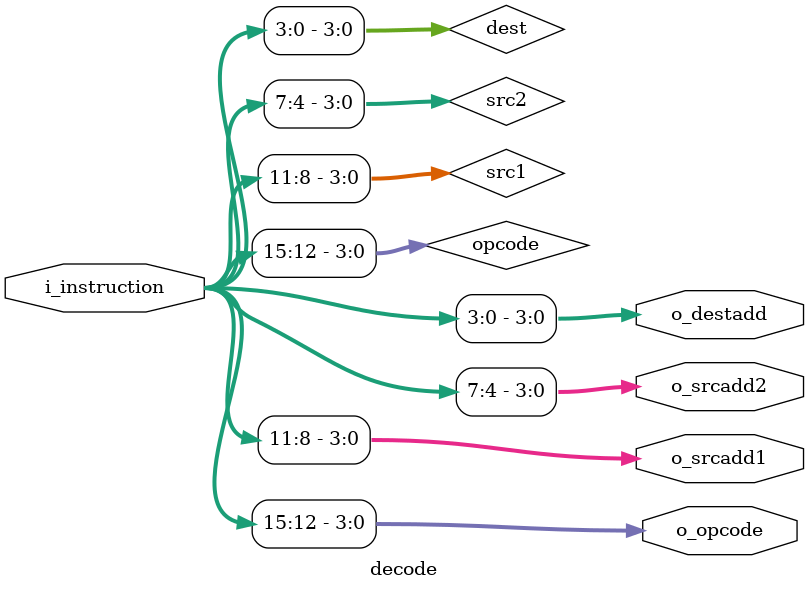
<source format=v>
module decode(
    input [15:0] i_instruction,
    output [3:0] o_opcode,
    output [3:0] o_srcadd1,
    output [3:0] o_srcadd2,
    output [3:0] o_destadd
);

reg [3:0] opcode, src1, src2, dest;

always @(*) begin
    opcode = i_instruction[15:12];
    src1 = i_instruction[11:8];
    src2 = i_instruction[7:4];
    dest = i_instruction[3:0];
end

assign o_opcode = opcode;
assign o_srcadd1 = src1;
assign o_srcadd2 = src2;
assign o_destadd = dest;

endmodule

</source>
